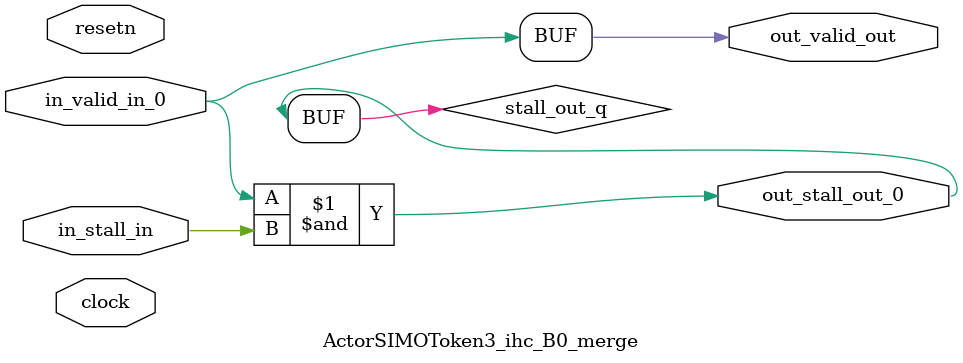
<source format=sv>



(* altera_attribute = "-name AUTO_SHIFT_REGISTER_RECOGNITION OFF; -name MESSAGE_DISABLE 10036; -name MESSAGE_DISABLE 10037; -name MESSAGE_DISABLE 14130; -name MESSAGE_DISABLE 14320; -name MESSAGE_DISABLE 15400; -name MESSAGE_DISABLE 14130; -name MESSAGE_DISABLE 10036; -name MESSAGE_DISABLE 12020; -name MESSAGE_DISABLE 12030; -name MESSAGE_DISABLE 12010; -name MESSAGE_DISABLE 12110; -name MESSAGE_DISABLE 14320; -name MESSAGE_DISABLE 13410; -name MESSAGE_DISABLE 113007; -name MESSAGE_DISABLE 10958" *)
module ActorSIMOToken3_ihc_B0_merge (
    input wire [0:0] in_stall_in,
    input wire [0:0] in_valid_in_0,
    output wire [0:0] out_stall_out_0,
    output wire [0:0] out_valid_out,
    input wire clock,
    input wire resetn
    );

    wire [0:0] stall_out_q;


    // stall_out(LOGICAL,6)
    assign stall_out_q = in_valid_in_0 & in_stall_in;

    // out_stall_out_0(GPOUT,4)
    assign out_stall_out_0 = stall_out_q;

    // out_valid_out(GPOUT,5)
    assign out_valid_out = in_valid_in_0;

endmodule

</source>
